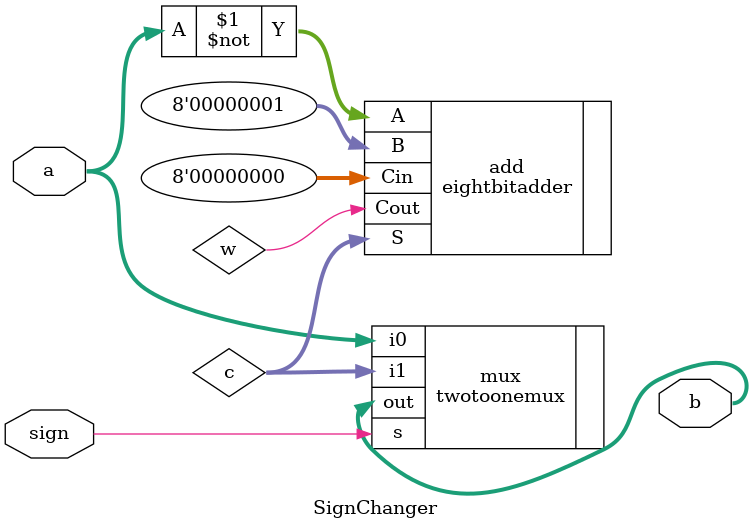
<source format=v>
`timescale 1ns / 1ps
module SignChanger(
    input [7:0] a,
    input sign,
    output[7:0] b
    );
    wire [7:0] c;
    wire w;
    eightbitadder add (.A(~a), .B(8'b00000001), .Cin(8'b0), .S(c), .Cout(w));
    twotoonemux mux (.i0(a), .i1(c), .s(sign), .out(b));
    
    
endmodule

</source>
